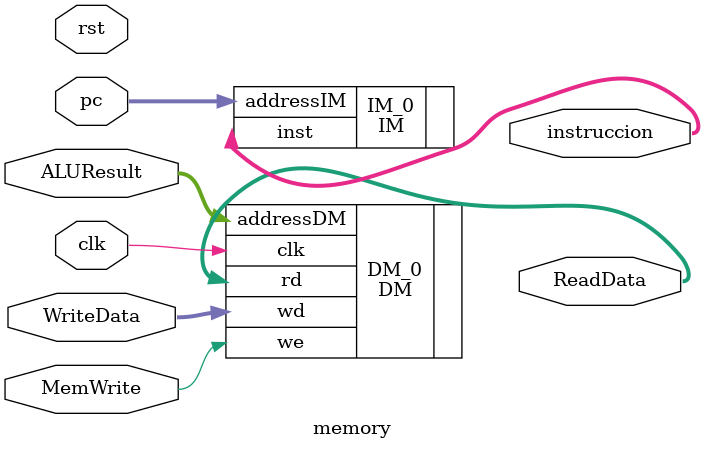
<source format=v>
`ifdef FROM_RV32I
    `include "memory/DM/DM.v"
    `include "memory/IM/IM.v"
`else
    `include "DM/DM.v"
    `include "IM/IM.v"
`endif

module memory(
    //IM:
    input wire [4:0] pc, //chequear
    //DM:
    input wire clk,
    input wire rst,
    input wire [31:0] WriteData,
    input wire [4:0] ALUResult, //chequar que es de 5 o 32
    input wire MemWrite,

    output wire [31:0] instruccion, //IM
    output wire [31:0] ReadData //DM
);

DM DM_0(
    .clk(clk),
    .addressDM(ALUResult),
    .we(MemWrite),
    .wd(WriteData),
    .rd(ReadData)
);

IM IM_0(
    .addressIM(pc),
    .inst(instruccion)
);


endmodule
</source>
